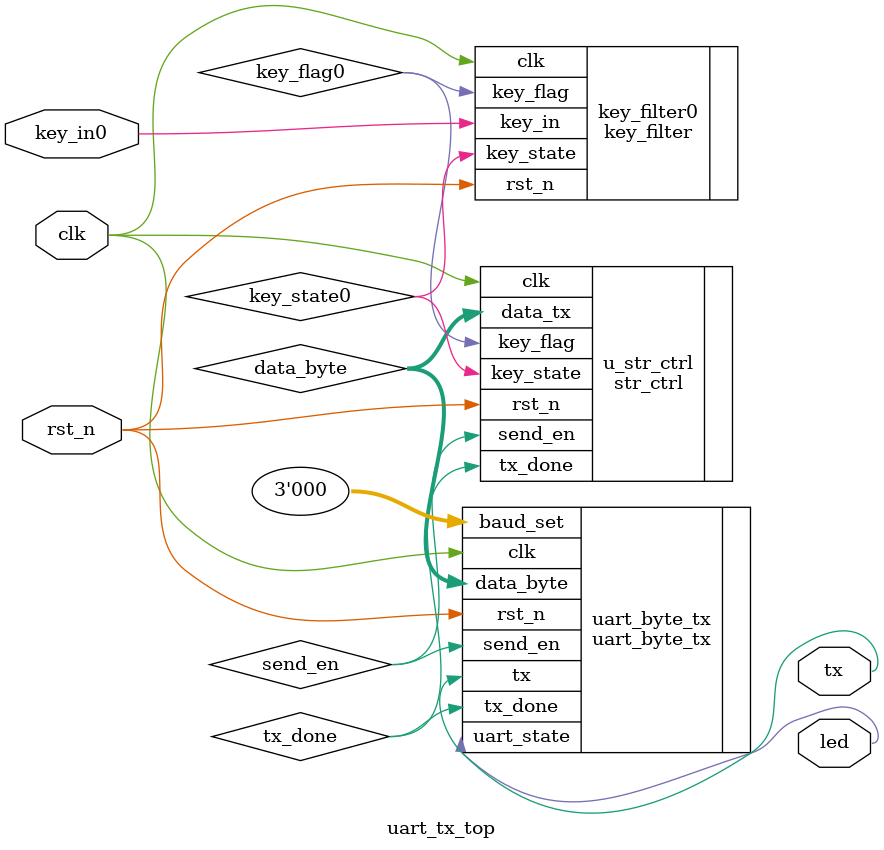
<source format=v>
`timescale 1ns/1ps

module uart_tx_top(clk,rst_n,tx,key_in0,led);

	input clk;
	input rst_n;
	input key_in0;
	
	output tx;
	output led;
	
	wire send_en;
	wire [7:0]data_byte;
	wire key_flag0;
	wire key_state0;

	//parameter data = 8'h7a;

	//assign data_byte = data;
	
	//assign send_en = key_flag0 & !key_state0;
	
	uart_byte_tx uart_byte_tx(
		.clk(clk),
		.rst_n(rst_n),
		.data_byte(data_byte),
		.send_en(send_en),
		.baud_set(3'd0),
		
		.tx(tx),
		.tx_done(tx_done),
		.uart_state(led)
	);
	
	key_filter key_filter0(
		.clk(clk),
		.rst_n(rst_n),
		.key_in(key_in0),
		.key_flag(key_flag0),
		.key_state(key_state0)
	);

	str_ctrl u_str_ctrl(
		.clk(clk),
		.rst_n(rst_n),
		.key_state(key_state0),
		.key_flag(key_flag0),
		.tx_done(tx_done),
 		.data_tx(data_byte),
 		.send_en(send_en)

	);
	
//	issp issp(
//		.probe(),
//		.source(data_byte)
//	);
	

endmodule

</source>
